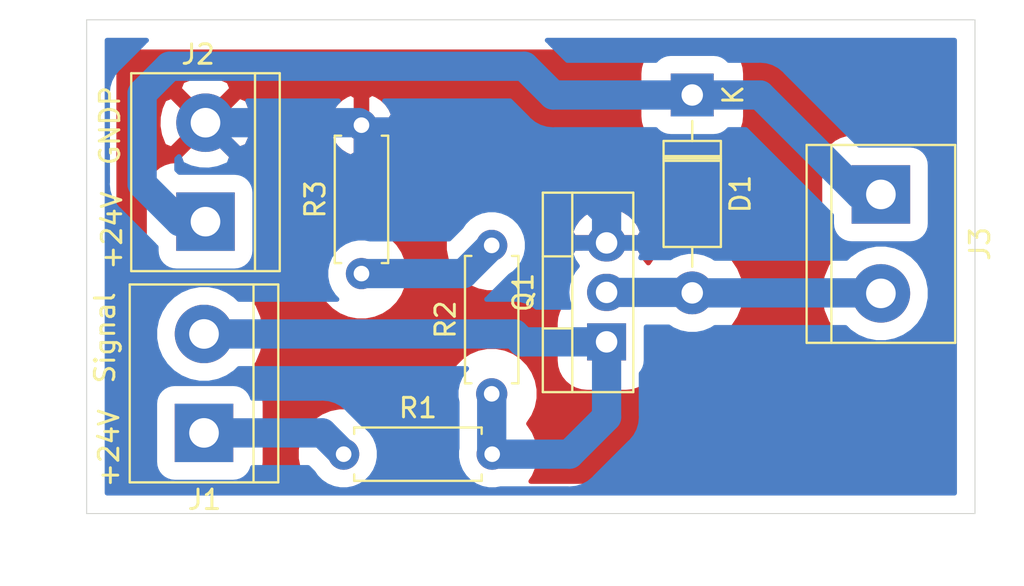
<source format=kicad_pcb>
(kicad_pcb (version 20171130) (host pcbnew 5.1.12-84ad8e8a86~92~ubuntu20.04.1)

  (general
    (thickness 1.6)
    (drawings 8)
    (tracks 32)
    (zones 0)
    (modules 8)
    (nets 7)
  )

  (page A4)
  (layers
    (0 F.Cu signal)
    (31 B.Cu signal)
    (32 B.Adhes user)
    (33 F.Adhes user)
    (34 B.Paste user)
    (35 F.Paste user)
    (36 B.SilkS user)
    (37 F.SilkS user)
    (38 B.Mask user)
    (39 F.Mask user)
    (40 Dwgs.User user)
    (41 Cmts.User user)
    (42 Eco1.User user)
    (43 Eco2.User user)
    (44 Edge.Cuts user)
    (45 Margin user)
    (46 B.CrtYd user)
    (47 F.CrtYd user)
    (48 B.Fab user)
    (49 F.Fab user)
  )

  (setup
    (last_trace_width 1.5)
    (user_trace_width 1.5)
    (trace_clearance 0.5)
    (zone_clearance 1.5)
    (zone_45_only no)
    (trace_min 0.2)
    (via_size 0.8)
    (via_drill 0.4)
    (via_min_size 0.4)
    (via_min_drill 0.3)
    (uvia_size 0.3)
    (uvia_drill 0.1)
    (uvias_allowed no)
    (uvia_min_size 0.2)
    (uvia_min_drill 0.1)
    (edge_width 0.05)
    (segment_width 0.2)
    (pcb_text_width 0.3)
    (pcb_text_size 1.5 1.5)
    (mod_edge_width 0.12)
    (mod_text_size 1 1)
    (mod_text_width 0.15)
    (pad_size 1.524 1.524)
    (pad_drill 0.762)
    (pad_to_mask_clearance 0)
    (aux_axis_origin 0 0)
    (visible_elements FFFFFF7F)
    (pcbplotparams
      (layerselection 0x01030_ffffffff)
      (usegerberextensions false)
      (usegerberattributes true)
      (usegerberadvancedattributes true)
      (creategerberjobfile true)
      (excludeedgelayer true)
      (linewidth 0.100000)
      (plotframeref false)
      (viasonmask false)
      (mode 1)
      (useauxorigin false)
      (hpglpennumber 1)
      (hpglpenspeed 20)
      (hpglpendiameter 15.000000)
      (psnegative false)
      (psa4output false)
      (plotreference true)
      (plotvalue false)
      (plotinvisibletext false)
      (padsonsilk false)
      (subtractmaskfromsilk false)
      (outputformat 1)
      (mirror false)
      (drillshape 0)
      (scaleselection 1)
      (outputdirectory "gerber/"))
  )

  (net 0 "")
  (net 1 +24V)
  (net 2 "Net-(D1-Pad2)")
  (net 3 "Net-(J1-Pad1)")
  (net 4 "Net-(J1-Pad2)")
  (net 5 GNDPWR)
  (net 6 "Net-(R2-Pad2)")

  (net_class Default "This is the default net class."
    (clearance 0.5)
    (trace_width 0.25)
    (via_dia 0.8)
    (via_drill 0.4)
    (uvia_dia 0.3)
    (uvia_drill 0.1)
    (add_net +24V)
    (add_net GNDPWR)
    (add_net "Net-(D1-Pad2)")
    (add_net "Net-(J1-Pad1)")
    (add_net "Net-(J1-Pad2)")
    (add_net "Net-(R2-Pad2)")
  )

  (module Diode_THT:D_DO-41_SOD81_P10.16mm_Horizontal (layer F.Cu) (tedit 5AE50CD5) (tstamp 6291EA57)
    (at 133.858 78.7908 270)
    (descr "Diode, DO-41_SOD81 series, Axial, Horizontal, pin pitch=10.16mm, , length*diameter=5.2*2.7mm^2, , http://www.diodes.com/_files/packages/DO-41%20(Plastic).pdf")
    (tags "Diode DO-41_SOD81 series Axial Horizontal pin pitch 10.16mm  length 5.2mm diameter 2.7mm")
    (path /629281AD)
    (fp_text reference D1 (at 5.08 -2.47 90) (layer F.SilkS)
      (effects (font (size 1 1) (thickness 0.15)))
    )
    (fp_text value 1N4007 (at 5.08 2.47 90) (layer F.Fab)
      (effects (font (size 1 1) (thickness 0.15)))
    )
    (fp_line (start 11.51 -1.6) (end -1.35 -1.6) (layer F.CrtYd) (width 0.05))
    (fp_line (start 11.51 1.6) (end 11.51 -1.6) (layer F.CrtYd) (width 0.05))
    (fp_line (start -1.35 1.6) (end 11.51 1.6) (layer F.CrtYd) (width 0.05))
    (fp_line (start -1.35 -1.6) (end -1.35 1.6) (layer F.CrtYd) (width 0.05))
    (fp_line (start 3.14 -1.47) (end 3.14 1.47) (layer F.SilkS) (width 0.12))
    (fp_line (start 3.38 -1.47) (end 3.38 1.47) (layer F.SilkS) (width 0.12))
    (fp_line (start 3.26 -1.47) (end 3.26 1.47) (layer F.SilkS) (width 0.12))
    (fp_line (start 8.82 0) (end 7.8 0) (layer F.SilkS) (width 0.12))
    (fp_line (start 1.34 0) (end 2.36 0) (layer F.SilkS) (width 0.12))
    (fp_line (start 7.8 -1.47) (end 2.36 -1.47) (layer F.SilkS) (width 0.12))
    (fp_line (start 7.8 1.47) (end 7.8 -1.47) (layer F.SilkS) (width 0.12))
    (fp_line (start 2.36 1.47) (end 7.8 1.47) (layer F.SilkS) (width 0.12))
    (fp_line (start 2.36 -1.47) (end 2.36 1.47) (layer F.SilkS) (width 0.12))
    (fp_line (start 3.16 -1.35) (end 3.16 1.35) (layer F.Fab) (width 0.1))
    (fp_line (start 3.36 -1.35) (end 3.36 1.35) (layer F.Fab) (width 0.1))
    (fp_line (start 3.26 -1.35) (end 3.26 1.35) (layer F.Fab) (width 0.1))
    (fp_line (start 10.16 0) (end 7.68 0) (layer F.Fab) (width 0.1))
    (fp_line (start 0 0) (end 2.48 0) (layer F.Fab) (width 0.1))
    (fp_line (start 7.68 -1.35) (end 2.48 -1.35) (layer F.Fab) (width 0.1))
    (fp_line (start 7.68 1.35) (end 7.68 -1.35) (layer F.Fab) (width 0.1))
    (fp_line (start 2.48 1.35) (end 7.68 1.35) (layer F.Fab) (width 0.1))
    (fp_line (start 2.48 -1.35) (end 2.48 1.35) (layer F.Fab) (width 0.1))
    (fp_text user %R (at 5.47 0 90) (layer F.Fab)
      (effects (font (size 1 1) (thickness 0.15)))
    )
    (fp_text user K (at 0 -2.1 90) (layer F.Fab)
      (effects (font (size 1 1) (thickness 0.15)))
    )
    (fp_text user K (at 0 -2.1 90) (layer F.SilkS)
      (effects (font (size 1 1) (thickness 0.15)))
    )
    (pad 1 thru_hole rect (at 0 0 270) (size 2.2 2.2) (drill 1.1) (layers *.Cu *.Mask)
      (net 1 +24V))
    (pad 2 thru_hole oval (at 10.16 0 270) (size 2.2 2.2) (drill 1.1) (layers *.Cu *.Mask)
      (net 2 "Net-(D1-Pad2)"))
    (model ${KISYS3DMOD}/Diode_THT.3dshapes/D_DO-41_SOD81_P10.16mm_Horizontal.wrl
      (at (xyz 0 0 0))
      (scale (xyz 1 1 1))
      (rotate (xyz 0 0 0))
    )
  )

  (module Package_TO_SOT_THT:TO-220-3_Vertical (layer F.Cu) (tedit 5AC8BA0D) (tstamp 6291EB0A)
    (at 129.4638 91.4654 90)
    (descr "TO-220-3, Vertical, RM 2.54mm, see https://www.vishay.com/docs/66542/to-220-1.pdf")
    (tags "TO-220-3 Vertical RM 2.54mm")
    (path /6292698F)
    (fp_text reference Q1 (at 2.54 -4.27 90) (layer F.SilkS)
      (effects (font (size 1 1) (thickness 0.15)))
    )
    (fp_text value IRF540N (at 2.54 2.5 90) (layer F.Fab)
      (effects (font (size 1 1) (thickness 0.15)))
    )
    (fp_line (start 7.79 -3.4) (end -2.71 -3.4) (layer F.CrtYd) (width 0.05))
    (fp_line (start 7.79 1.51) (end 7.79 -3.4) (layer F.CrtYd) (width 0.05))
    (fp_line (start -2.71 1.51) (end 7.79 1.51) (layer F.CrtYd) (width 0.05))
    (fp_line (start -2.71 -3.4) (end -2.71 1.51) (layer F.CrtYd) (width 0.05))
    (fp_line (start 4.391 -3.27) (end 4.391 -1.76) (layer F.SilkS) (width 0.12))
    (fp_line (start 0.69 -3.27) (end 0.69 -1.76) (layer F.SilkS) (width 0.12))
    (fp_line (start -2.58 -1.76) (end 7.66 -1.76) (layer F.SilkS) (width 0.12))
    (fp_line (start 7.66 -3.27) (end 7.66 1.371) (layer F.SilkS) (width 0.12))
    (fp_line (start -2.58 -3.27) (end -2.58 1.371) (layer F.SilkS) (width 0.12))
    (fp_line (start -2.58 1.371) (end 7.66 1.371) (layer F.SilkS) (width 0.12))
    (fp_line (start -2.58 -3.27) (end 7.66 -3.27) (layer F.SilkS) (width 0.12))
    (fp_line (start 4.39 -3.15) (end 4.39 -1.88) (layer F.Fab) (width 0.1))
    (fp_line (start 0.69 -3.15) (end 0.69 -1.88) (layer F.Fab) (width 0.1))
    (fp_line (start -2.46 -1.88) (end 7.54 -1.88) (layer F.Fab) (width 0.1))
    (fp_line (start 7.54 -3.15) (end -2.46 -3.15) (layer F.Fab) (width 0.1))
    (fp_line (start 7.54 1.25) (end 7.54 -3.15) (layer F.Fab) (width 0.1))
    (fp_line (start -2.46 1.25) (end 7.54 1.25) (layer F.Fab) (width 0.1))
    (fp_line (start -2.46 -3.15) (end -2.46 1.25) (layer F.Fab) (width 0.1))
    (fp_text user %R (at 2.54 -4.27 90) (layer F.Fab)
      (effects (font (size 1 1) (thickness 0.15)))
    )
    (pad 1 thru_hole rect (at 0 0 90) (size 1.905 2) (drill 1.1) (layers *.Cu *.Mask)
      (net 4 "Net-(J1-Pad2)"))
    (pad 2 thru_hole oval (at 2.54 0 90) (size 1.905 2) (drill 1.1) (layers *.Cu *.Mask)
      (net 2 "Net-(D1-Pad2)"))
    (pad 3 thru_hole oval (at 5.08 0 90) (size 1.905 2) (drill 1.1) (layers *.Cu *.Mask)
      (net 5 GNDPWR))
    (model ${KISYS3DMOD}/Package_TO_SOT_THT.3dshapes/TO-220-3_Vertical.wrl
      (at (xyz 0 0 0))
      (scale (xyz 1 1 1))
      (rotate (xyz 0 0 0))
    )
  )

  (module Resistor_THT:R_Axial_DIN0207_L6.3mm_D2.5mm_P7.62mm_Horizontal (layer F.Cu) (tedit 5AE5139B) (tstamp 6291EB21)
    (at 115.9764 97.2312)
    (descr "Resistor, Axial_DIN0207 series, Axial, Horizontal, pin pitch=7.62mm, 0.25W = 1/4W, length*diameter=6.3*2.5mm^2, http://cdn-reichelt.de/documents/datenblatt/B400/1_4W%23YAG.pdf")
    (tags "Resistor Axial_DIN0207 series Axial Horizontal pin pitch 7.62mm 0.25W = 1/4W length 6.3mm diameter 2.5mm")
    (path /62925017)
    (fp_text reference R1 (at 3.81 -2.37) (layer F.SilkS)
      (effects (font (size 1 1) (thickness 0.15)))
    )
    (fp_text value 20k (at 3.81 2.37) (layer F.Fab)
      (effects (font (size 1 1) (thickness 0.15)))
    )
    (fp_line (start 8.67 -1.5) (end -1.05 -1.5) (layer F.CrtYd) (width 0.05))
    (fp_line (start 8.67 1.5) (end 8.67 -1.5) (layer F.CrtYd) (width 0.05))
    (fp_line (start -1.05 1.5) (end 8.67 1.5) (layer F.CrtYd) (width 0.05))
    (fp_line (start -1.05 -1.5) (end -1.05 1.5) (layer F.CrtYd) (width 0.05))
    (fp_line (start 7.08 1.37) (end 7.08 1.04) (layer F.SilkS) (width 0.12))
    (fp_line (start 0.54 1.37) (end 7.08 1.37) (layer F.SilkS) (width 0.12))
    (fp_line (start 0.54 1.04) (end 0.54 1.37) (layer F.SilkS) (width 0.12))
    (fp_line (start 7.08 -1.37) (end 7.08 -1.04) (layer F.SilkS) (width 0.12))
    (fp_line (start 0.54 -1.37) (end 7.08 -1.37) (layer F.SilkS) (width 0.12))
    (fp_line (start 0.54 -1.04) (end 0.54 -1.37) (layer F.SilkS) (width 0.12))
    (fp_line (start 7.62 0) (end 6.96 0) (layer F.Fab) (width 0.1))
    (fp_line (start 0 0) (end 0.66 0) (layer F.Fab) (width 0.1))
    (fp_line (start 6.96 -1.25) (end 0.66 -1.25) (layer F.Fab) (width 0.1))
    (fp_line (start 6.96 1.25) (end 6.96 -1.25) (layer F.Fab) (width 0.1))
    (fp_line (start 0.66 1.25) (end 6.96 1.25) (layer F.Fab) (width 0.1))
    (fp_line (start 0.66 -1.25) (end 0.66 1.25) (layer F.Fab) (width 0.1))
    (fp_text user %R (at 3.81 0) (layer F.Fab)
      (effects (font (size 1 1) (thickness 0.15)))
    )
    (pad 1 thru_hole circle (at 0 0) (size 1.6 1.6) (drill 0.8) (layers *.Cu *.Mask)
      (net 3 "Net-(J1-Pad1)"))
    (pad 2 thru_hole oval (at 7.62 0) (size 1.6 1.6) (drill 0.8) (layers *.Cu *.Mask)
      (net 4 "Net-(J1-Pad2)"))
    (model ${KISYS3DMOD}/Resistor_THT.3dshapes/R_Axial_DIN0207_L6.3mm_D2.5mm_P7.62mm_Horizontal.wrl
      (at (xyz 0 0 0))
      (scale (xyz 1 1 1))
      (rotate (xyz 0 0 0))
    )
  )

  (module Resistor_THT:R_Axial_DIN0207_L6.3mm_D2.5mm_P7.62mm_Horizontal (layer F.Cu) (tedit 5AE5139B) (tstamp 6291EB38)
    (at 123.571 94.1324 90)
    (descr "Resistor, Axial_DIN0207 series, Axial, Horizontal, pin pitch=7.62mm, 0.25W = 1/4W, length*diameter=6.3*2.5mm^2, http://cdn-reichelt.de/documents/datenblatt/B400/1_4W%23YAG.pdf")
    (tags "Resistor Axial_DIN0207 series Axial Horizontal pin pitch 7.62mm 0.25W = 1/4W length 6.3mm diameter 2.5mm")
    (path /6292568C)
    (fp_text reference R2 (at 3.81 -2.37 90) (layer F.SilkS)
      (effects (font (size 1 1) (thickness 0.15)))
    )
    (fp_text value 5.1k (at 3.81 2.37 90) (layer F.Fab)
      (effects (font (size 1 1) (thickness 0.15)))
    )
    (fp_text user %R (at 3.81 0 90) (layer F.Fab)
      (effects (font (size 1 1) (thickness 0.15)))
    )
    (fp_line (start 0.66 -1.25) (end 0.66 1.25) (layer F.Fab) (width 0.1))
    (fp_line (start 0.66 1.25) (end 6.96 1.25) (layer F.Fab) (width 0.1))
    (fp_line (start 6.96 1.25) (end 6.96 -1.25) (layer F.Fab) (width 0.1))
    (fp_line (start 6.96 -1.25) (end 0.66 -1.25) (layer F.Fab) (width 0.1))
    (fp_line (start 0 0) (end 0.66 0) (layer F.Fab) (width 0.1))
    (fp_line (start 7.62 0) (end 6.96 0) (layer F.Fab) (width 0.1))
    (fp_line (start 0.54 -1.04) (end 0.54 -1.37) (layer F.SilkS) (width 0.12))
    (fp_line (start 0.54 -1.37) (end 7.08 -1.37) (layer F.SilkS) (width 0.12))
    (fp_line (start 7.08 -1.37) (end 7.08 -1.04) (layer F.SilkS) (width 0.12))
    (fp_line (start 0.54 1.04) (end 0.54 1.37) (layer F.SilkS) (width 0.12))
    (fp_line (start 0.54 1.37) (end 7.08 1.37) (layer F.SilkS) (width 0.12))
    (fp_line (start 7.08 1.37) (end 7.08 1.04) (layer F.SilkS) (width 0.12))
    (fp_line (start -1.05 -1.5) (end -1.05 1.5) (layer F.CrtYd) (width 0.05))
    (fp_line (start -1.05 1.5) (end 8.67 1.5) (layer F.CrtYd) (width 0.05))
    (fp_line (start 8.67 1.5) (end 8.67 -1.5) (layer F.CrtYd) (width 0.05))
    (fp_line (start 8.67 -1.5) (end -1.05 -1.5) (layer F.CrtYd) (width 0.05))
    (pad 2 thru_hole oval (at 7.62 0 90) (size 1.6 1.6) (drill 0.8) (layers *.Cu *.Mask)
      (net 6 "Net-(R2-Pad2)"))
    (pad 1 thru_hole circle (at 0 0 90) (size 1.6 1.6) (drill 0.8) (layers *.Cu *.Mask)
      (net 4 "Net-(J1-Pad2)"))
    (model ${KISYS3DMOD}/Resistor_THT.3dshapes/R_Axial_DIN0207_L6.3mm_D2.5mm_P7.62mm_Horizontal.wrl
      (at (xyz 0 0 0))
      (scale (xyz 1 1 1))
      (rotate (xyz 0 0 0))
    )
  )

  (module Resistor_THT:R_Axial_DIN0207_L6.3mm_D2.5mm_P7.62mm_Horizontal (layer F.Cu) (tedit 5AE5139B) (tstamp 6292090B)
    (at 116.8908 87.9602 90)
    (descr "Resistor, Axial_DIN0207 series, Axial, Horizontal, pin pitch=7.62mm, 0.25W = 1/4W, length*diameter=6.3*2.5mm^2, http://cdn-reichelt.de/documents/datenblatt/B400/1_4W%23YAG.pdf")
    (tags "Resistor Axial_DIN0207 series Axial Horizontal pin pitch 7.62mm 0.25W = 1/4W length 6.3mm diameter 2.5mm")
    (path /62955AEE)
    (fp_text reference R3 (at 3.81 -2.37 90) (layer F.SilkS)
      (effects (font (size 1 1) (thickness 0.15)))
    )
    (fp_text value 100 (at 3.81 2.37 90) (layer F.Fab)
      (effects (font (size 1 1) (thickness 0.15)))
    )
    (fp_line (start 8.67 -1.5) (end -1.05 -1.5) (layer F.CrtYd) (width 0.05))
    (fp_line (start 8.67 1.5) (end 8.67 -1.5) (layer F.CrtYd) (width 0.05))
    (fp_line (start -1.05 1.5) (end 8.67 1.5) (layer F.CrtYd) (width 0.05))
    (fp_line (start -1.05 -1.5) (end -1.05 1.5) (layer F.CrtYd) (width 0.05))
    (fp_line (start 7.08 1.37) (end 7.08 1.04) (layer F.SilkS) (width 0.12))
    (fp_line (start 0.54 1.37) (end 7.08 1.37) (layer F.SilkS) (width 0.12))
    (fp_line (start 0.54 1.04) (end 0.54 1.37) (layer F.SilkS) (width 0.12))
    (fp_line (start 7.08 -1.37) (end 7.08 -1.04) (layer F.SilkS) (width 0.12))
    (fp_line (start 0.54 -1.37) (end 7.08 -1.37) (layer F.SilkS) (width 0.12))
    (fp_line (start 0.54 -1.04) (end 0.54 -1.37) (layer F.SilkS) (width 0.12))
    (fp_line (start 7.62 0) (end 6.96 0) (layer F.Fab) (width 0.1))
    (fp_line (start 0 0) (end 0.66 0) (layer F.Fab) (width 0.1))
    (fp_line (start 6.96 -1.25) (end 0.66 -1.25) (layer F.Fab) (width 0.1))
    (fp_line (start 6.96 1.25) (end 6.96 -1.25) (layer F.Fab) (width 0.1))
    (fp_line (start 0.66 1.25) (end 6.96 1.25) (layer F.Fab) (width 0.1))
    (fp_line (start 0.66 -1.25) (end 0.66 1.25) (layer F.Fab) (width 0.1))
    (fp_text user %R (at 3.81 0 90) (layer F.Fab)
      (effects (font (size 1 1) (thickness 0.15)))
    )
    (pad 1 thru_hole circle (at 0 0 90) (size 1.6 1.6) (drill 0.8) (layers *.Cu *.Mask)
      (net 6 "Net-(R2-Pad2)"))
    (pad 2 thru_hole oval (at 7.62 0 90) (size 1.6 1.6) (drill 0.8) (layers *.Cu *.Mask)
      (net 5 GNDPWR))
    (model ${KISYS3DMOD}/Resistor_THT.3dshapes/R_Axial_DIN0207_L6.3mm_D2.5mm_P7.62mm_Horizontal.wrl
      (at (xyz 0 0 0))
      (scale (xyz 1 1 1))
      (rotate (xyz 0 0 0))
    )
  )

  (module TerminalBlock:TerminalBlock_bornier-2_P5.08mm (layer F.Cu) (tedit 59FF03AB) (tstamp 62920443)
    (at 108.8136 96.139 90)
    (descr "simple 2-pin terminal block, pitch 5.08mm, revamped version of bornier2")
    (tags "terminal block bornier2")
    (path /62924BB4)
    (fp_text reference J1 (at -3.429 0.0254 180) (layer F.SilkS)
      (effects (font (size 1 1) (thickness 0.15)))
    )
    (fp_text value Conn_01x02_Male (at 2.54 5.08 90) (layer F.Fab)
      (effects (font (size 1 1) (thickness 0.15)))
    )
    (fp_line (start 7.79 4) (end -2.71 4) (layer F.CrtYd) (width 0.05))
    (fp_line (start 7.79 4) (end 7.79 -4) (layer F.CrtYd) (width 0.05))
    (fp_line (start -2.71 -4) (end -2.71 4) (layer F.CrtYd) (width 0.05))
    (fp_line (start -2.71 -4) (end 7.79 -4) (layer F.CrtYd) (width 0.05))
    (fp_line (start -2.54 3.81) (end 7.62 3.81) (layer F.SilkS) (width 0.12))
    (fp_line (start -2.54 -3.81) (end -2.54 3.81) (layer F.SilkS) (width 0.12))
    (fp_line (start 7.62 -3.81) (end -2.54 -3.81) (layer F.SilkS) (width 0.12))
    (fp_line (start 7.62 3.81) (end 7.62 -3.81) (layer F.SilkS) (width 0.12))
    (fp_line (start 7.62 2.54) (end -2.54 2.54) (layer F.SilkS) (width 0.12))
    (fp_line (start 7.54 -3.75) (end -2.46 -3.75) (layer F.Fab) (width 0.1))
    (fp_line (start 7.54 3.75) (end 7.54 -3.75) (layer F.Fab) (width 0.1))
    (fp_line (start -2.46 3.75) (end 7.54 3.75) (layer F.Fab) (width 0.1))
    (fp_line (start -2.46 -3.75) (end -2.46 3.75) (layer F.Fab) (width 0.1))
    (fp_line (start -2.41 2.55) (end 7.49 2.55) (layer F.Fab) (width 0.1))
    (fp_text user %R (at 2.54 0 90) (layer F.Fab)
      (effects (font (size 1 1) (thickness 0.15)))
    )
    (pad 1 thru_hole rect (at 0 0 90) (size 3 3) (drill 1.52) (layers *.Cu *.Mask)
      (net 3 "Net-(J1-Pad1)"))
    (pad 2 thru_hole circle (at 5.08 0 90) (size 3 3) (drill 1.52) (layers *.Cu *.Mask)
      (net 4 "Net-(J1-Pad2)"))
    (model ${KISYS3DMOD}/TerminalBlock.3dshapes/TerminalBlock_bornier-2_P5.08mm.wrl
      (offset (xyz 2.539999961853027 0 0))
      (scale (xyz 1 1 1))
      (rotate (xyz 0 0 0))
    )
    (model "../kicad-modules/shapes3d/User Library-bornera-1.STEP"
      (offset (xyz 2.5 0 0))
      (scale (xyz 1 1 1))
      (rotate (xyz -90 0 180))
    )
  )

  (module TerminalBlock:TerminalBlock_bornier-2_P5.08mm (layer F.Cu) (tedit 59FF03AB) (tstamp 62920457)
    (at 108.8898 85.2932 90)
    (descr "simple 2-pin terminal block, pitch 5.08mm, revamped version of bornier2")
    (tags "terminal block bornier2")
    (path /62931C73)
    (fp_text reference J2 (at 8.5852 -0.381 180) (layer F.SilkS)
      (effects (font (size 1 1) (thickness 0.15)))
    )
    (fp_text value Conn_01x02_Male (at 2.54 5.08 90) (layer F.Fab)
      (effects (font (size 1 1) (thickness 0.15)))
    )
    (fp_text user %R (at 2.54 0 90) (layer F.Fab)
      (effects (font (size 1 1) (thickness 0.15)))
    )
    (fp_line (start -2.41 2.55) (end 7.49 2.55) (layer F.Fab) (width 0.1))
    (fp_line (start -2.46 -3.75) (end -2.46 3.75) (layer F.Fab) (width 0.1))
    (fp_line (start -2.46 3.75) (end 7.54 3.75) (layer F.Fab) (width 0.1))
    (fp_line (start 7.54 3.75) (end 7.54 -3.75) (layer F.Fab) (width 0.1))
    (fp_line (start 7.54 -3.75) (end -2.46 -3.75) (layer F.Fab) (width 0.1))
    (fp_line (start 7.62 2.54) (end -2.54 2.54) (layer F.SilkS) (width 0.12))
    (fp_line (start 7.62 3.81) (end 7.62 -3.81) (layer F.SilkS) (width 0.12))
    (fp_line (start 7.62 -3.81) (end -2.54 -3.81) (layer F.SilkS) (width 0.12))
    (fp_line (start -2.54 -3.81) (end -2.54 3.81) (layer F.SilkS) (width 0.12))
    (fp_line (start -2.54 3.81) (end 7.62 3.81) (layer F.SilkS) (width 0.12))
    (fp_line (start -2.71 -4) (end 7.79 -4) (layer F.CrtYd) (width 0.05))
    (fp_line (start -2.71 -4) (end -2.71 4) (layer F.CrtYd) (width 0.05))
    (fp_line (start 7.79 4) (end 7.79 -4) (layer F.CrtYd) (width 0.05))
    (fp_line (start 7.79 4) (end -2.71 4) (layer F.CrtYd) (width 0.05))
    (pad 2 thru_hole circle (at 5.08 0 90) (size 3 3) (drill 1.52) (layers *.Cu *.Mask)
      (net 5 GNDPWR))
    (pad 1 thru_hole rect (at 0 0 90) (size 3 3) (drill 1.52) (layers *.Cu *.Mask)
      (net 1 +24V))
    (model ${KISYS3DMOD}/TerminalBlock.3dshapes/TerminalBlock_bornier-2_P5.08mm.wrl
      (offset (xyz 2.539999961853027 0 0))
      (scale (xyz 1 1 1))
      (rotate (xyz 0 0 0))
    )
    (model "../kicad-modules/shapes3d/User Library-bornera-1.STEP"
      (offset (xyz 2.5 0 0))
      (scale (xyz 1 1 1))
      (rotate (xyz -90 0 -180))
    )
  )

  (module TerminalBlock:TerminalBlock_bornier-2_P5.08mm (layer F.Cu) (tedit 59FF03AB) (tstamp 6292046B)
    (at 143.5354 83.8962 270)
    (descr "simple 2-pin terminal block, pitch 5.08mm, revamped version of bornier2")
    (tags "terminal block bornier2")
    (path /6293B359)
    (fp_text reference J3 (at 2.54 -5.08 90) (layer F.SilkS)
      (effects (font (size 1 1) (thickness 0.15)))
    )
    (fp_text value Conn_01x02_Female (at 2.54 5.08 90) (layer F.Fab)
      (effects (font (size 1 1) (thickness 0.15)))
    )
    (fp_line (start 7.79 4) (end -2.71 4) (layer F.CrtYd) (width 0.05))
    (fp_line (start 7.79 4) (end 7.79 -4) (layer F.CrtYd) (width 0.05))
    (fp_line (start -2.71 -4) (end -2.71 4) (layer F.CrtYd) (width 0.05))
    (fp_line (start -2.71 -4) (end 7.79 -4) (layer F.CrtYd) (width 0.05))
    (fp_line (start -2.54 3.81) (end 7.62 3.81) (layer F.SilkS) (width 0.12))
    (fp_line (start -2.54 -3.81) (end -2.54 3.81) (layer F.SilkS) (width 0.12))
    (fp_line (start 7.62 -3.81) (end -2.54 -3.81) (layer F.SilkS) (width 0.12))
    (fp_line (start 7.62 3.81) (end 7.62 -3.81) (layer F.SilkS) (width 0.12))
    (fp_line (start 7.62 2.54) (end -2.54 2.54) (layer F.SilkS) (width 0.12))
    (fp_line (start 7.54 -3.75) (end -2.46 -3.75) (layer F.Fab) (width 0.1))
    (fp_line (start 7.54 3.75) (end 7.54 -3.75) (layer F.Fab) (width 0.1))
    (fp_line (start -2.46 3.75) (end 7.54 3.75) (layer F.Fab) (width 0.1))
    (fp_line (start -2.46 -3.75) (end -2.46 3.75) (layer F.Fab) (width 0.1))
    (fp_line (start -2.41 2.55) (end 7.49 2.55) (layer F.Fab) (width 0.1))
    (fp_text user %R (at 2.54 0 90) (layer F.Fab)
      (effects (font (size 1 1) (thickness 0.15)))
    )
    (pad 1 thru_hole rect (at 0 0 270) (size 3 3) (drill 1.52) (layers *.Cu *.Mask)
      (net 1 +24V))
    (pad 2 thru_hole circle (at 5.08 0 270) (size 3 3) (drill 1.52) (layers *.Cu *.Mask)
      (net 2 "Net-(D1-Pad2)"))
    (model ${KISYS3DMOD}/TerminalBlock.3dshapes/TerminalBlock_bornier-2_P5.08mm.wrl
      (offset (xyz 2.539999961853027 0 0))
      (scale (xyz 1 1 1))
      (rotate (xyz 0 0 0))
    )
    (model "../kicad-modules/shapes3d/User Library-bornera-1.STEP"
      (offset (xyz 2.5 0 0))
      (scale (xyz 1 1 1))
      (rotate (xyz -90 0 180))
    )
  )

  (gr_text Signal (at 103.7336 91.2622 90) (layer F.SilkS) (tstamp 62920DCB)
    (effects (font (size 1 1) (thickness 0.15)))
  )
  (gr_text +24V (at 103.9368 96.9264 90) (layer F.SilkS) (tstamp 62920DC7)
    (effects (font (size 1 1) (thickness 0.15)))
  )
  (gr_text GNDP (at 103.9876 80.3656 90) (layer F.SilkS) (tstamp 62920DBE)
    (effects (font (size 1 1) (thickness 0.15)))
  )
  (gr_text +24V (at 104.0892 85.7504 90) (layer F.SilkS)
    (effects (font (size 1 1) (thickness 0.15)))
  )
  (gr_line (start 102.7938 100.2792) (end 102.7938 74.93) (layer Edge.Cuts) (width 0.05))
  (gr_line (start 148.3614 100.2792) (end 102.7938 100.2792) (layer Edge.Cuts) (width 0.05))
  (gr_line (start 148.3614 74.93) (end 148.3614 100.2792) (layer Edge.Cuts) (width 0.05))
  (gr_line (start 102.7938 74.93) (end 148.3614 74.93) (layer Edge.Cuts) (width 0.05))

  (segment (start 143.5354 83.8962) (end 142.4432 83.8962) (width 1.5) (layer B.Cu) (net 1))
  (segment (start 137.3378 78.7908) (end 133.858 78.7908) (width 1.5) (layer B.Cu) (net 1))
  (segment (start 142.4432 83.8962) (end 137.3378 78.7908) (width 1.5) (layer B.Cu) (net 1))
  (segment (start 108.8898 85.2932) (end 107.569 85.2932) (width 1.5) (layer B.Cu) (net 1))
  (segment (start 107.569 85.2932) (end 105.6386 83.3628) (width 1.5) (layer B.Cu) (net 1))
  (segment (start 105.6386 83.3628) (end 105.6386 78.7146) (width 1.5) (layer B.Cu) (net 1))
  (segment (start 105.6386 78.7146) (end 107.0356 77.3176) (width 1.5) (layer B.Cu) (net 1))
  (segment (start 107.0356 77.3176) (end 125.2474 77.3176) (width 1.5) (layer B.Cu) (net 1))
  (segment (start 126.7206 78.7908) (end 133.858 78.7908) (width 1.5) (layer B.Cu) (net 1))
  (segment (start 125.2474 77.3176) (end 126.7206 78.7908) (width 1.5) (layer B.Cu) (net 1))
  (segment (start 143.51 88.9508) (end 143.5354 88.9762) (width 1.5) (layer B.Cu) (net 2))
  (segment (start 133.858 88.9508) (end 143.51 88.9508) (width 1.5) (layer B.Cu) (net 2))
  (segment (start 133.8326 88.9254) (end 133.858 88.9508) (width 1.5) (layer B.Cu) (net 2))
  (segment (start 129.4638 88.9254) (end 133.8326 88.9254) (width 1.5) (layer B.Cu) (net 2))
  (segment (start 114.8842 96.139) (end 115.9764 97.2312) (width 1.5) (layer B.Cu) (net 3))
  (segment (start 108.8136 96.139) (end 114.8842 96.139) (width 1.5) (layer B.Cu) (net 3))
  (segment (start 129.4638 91.4654) (end 129.4638 95.3262) (width 1.5) (layer B.Cu) (net 4))
  (segment (start 127.5588 97.2312) (end 123.5964 97.2312) (width 1.5) (layer B.Cu) (net 4))
  (segment (start 129.4638 95.3262) (end 127.5588 97.2312) (width 1.5) (layer B.Cu) (net 4))
  (segment (start 108.8136 91.059) (end 124.7394 91.059) (width 1.5) (layer B.Cu) (net 4))
  (segment (start 125.1458 91.4654) (end 129.4638 91.4654) (width 1.5) (layer B.Cu) (net 4))
  (segment (start 124.7394 91.059) (end 125.1458 91.4654) (width 1.5) (layer B.Cu) (net 4))
  (segment (start 123.571 97.2058) (end 123.5964 97.2312) (width 1.5) (layer B.Cu) (net 4))
  (segment (start 123.571 94.1324) (end 123.571 97.2058) (width 1.5) (layer B.Cu) (net 4))
  (segment (start 116.7638 80.2132) (end 116.8908 80.3402) (width 1.5) (layer B.Cu) (net 5))
  (segment (start 108.8898 80.2132) (end 116.7638 80.2132) (width 1.5) (layer B.Cu) (net 5))
  (segment (start 129.4638 84.8614) (end 129.4638 86.3854) (width 1.5) (layer B.Cu) (net 5))
  (segment (start 128.4732 83.8708) (end 129.4638 84.8614) (width 1.5) (layer B.Cu) (net 5))
  (segment (start 120.4214 83.8708) (end 128.4732 83.8708) (width 1.5) (layer B.Cu) (net 5))
  (segment (start 116.8908 80.3402) (end 120.4214 83.8708) (width 1.5) (layer B.Cu) (net 5))
  (segment (start 122.1232 87.9602) (end 123.571 86.5124) (width 1.5) (layer B.Cu) (net 6))
  (segment (start 116.8908 87.9602) (end 122.1232 87.9602) (width 1.5) (layer B.Cu) (net 6))

  (zone (net 5) (net_name GNDPWR) (layer B.Cu) (tstamp 62920E14) (hatch edge 0.508)
    (connect_pads (clearance 0.9))
    (min_thickness 0.254)
    (fill yes (arc_segments 32) (thermal_gap 0.8) (thermal_bridge_width 0.8))
    (polygon
      (pts
        (xy 149.8854 102.0318) (xy 98.3488 103.9876) (xy 100.9904 74.676) (xy 102.7938 74.93) (xy 148.8186 74.6252)
      )
    )
    (filled_polygon
      (pts
        (xy 105.840798 75.999344) (xy 105.840793 75.999349) (xy 105.772992 76.054992) (xy 105.717349 76.122793) (xy 104.443793 77.39635)
        (xy 104.375993 77.451992) (xy 104.32035 77.519793) (xy 104.320344 77.519799) (xy 104.15393 77.722576) (xy 103.988923 78.031282)
        (xy 103.918136 78.264637) (xy 103.90449 78.309624) (xy 103.887313 78.366248) (xy 103.853003 78.7146) (xy 103.861601 78.801896)
        (xy 103.8616 83.275514) (xy 103.853003 83.3628) (xy 103.8616 83.450086) (xy 103.8616 83.450095) (xy 103.887312 83.711152)
        (xy 103.988923 84.046118) (xy 104.15393 84.354824) (xy 104.375992 84.625408) (xy 104.443798 84.681055) (xy 106.250749 86.488007)
        (xy 106.306392 86.555808) (xy 106.357831 86.598023) (xy 106.357831 86.7932) (xy 106.37766 86.994527) (xy 106.436385 87.188117)
        (xy 106.531749 87.366531) (xy 106.660088 87.522912) (xy 106.816469 87.651251) (xy 106.994883 87.746615) (xy 107.188473 87.80534)
        (xy 107.3898 87.825169) (xy 110.3898 87.825169) (xy 110.591127 87.80534) (xy 110.784717 87.746615) (xy 110.963131 87.651251)
        (xy 111.119512 87.522912) (xy 111.247851 87.366531) (xy 111.343215 87.188117) (xy 111.40194 86.994527) (xy 111.421769 86.7932)
        (xy 111.421769 83.7932) (xy 111.40194 83.591873) (xy 111.343215 83.398283) (xy 111.247851 83.219869) (xy 111.119512 83.063488)
        (xy 110.963131 82.935149) (xy 110.784717 82.839785) (xy 110.591127 82.78106) (xy 110.3898 82.761231) (xy 107.550088 82.761231)
        (xy 107.4156 82.626743) (xy 107.4156 82.073483) (xy 107.534247 81.954836) (xy 107.686214 82.33425) (xy 108.123137 82.528302)
        (xy 108.589522 82.633387) (xy 109.067446 82.645465) (xy 109.538544 82.564072) (xy 109.984712 82.392337) (xy 110.093386 82.33425)
        (xy 110.245354 81.954834) (xy 108.8898 80.59928) (xy 108.875658 80.613423) (xy 108.489578 80.227343) (xy 108.50372 80.2132)
        (xy 108.489578 80.199058) (xy 108.875658 79.812978) (xy 108.8898 79.82712) (xy 108.903943 79.812978) (xy 109.290023 80.199058)
        (xy 109.27588 80.2132) (xy 110.631434 81.568754) (xy 111.01085 81.416786) (xy 111.204902 80.979863) (xy 111.228167 80.876606)
        (xy 115.249207 80.876606) (xy 115.385397 81.186558) (xy 115.579439 81.463985) (xy 115.823876 81.698226) (xy 116.109314 81.880278)
        (xy 116.354396 81.981784) (xy 116.6178 81.810317) (xy 116.6178 80.6132) (xy 117.1638 80.6132) (xy 117.1638 81.810317)
        (xy 117.427204 81.981784) (xy 117.672286 81.880278) (xy 117.957724 81.698226) (xy 118.202161 81.463985) (xy 118.396203 81.186558)
        (xy 118.532393 80.876606) (xy 118.364345 80.6132) (xy 117.1638 80.6132) (xy 116.6178 80.6132) (xy 115.417255 80.6132)
        (xy 115.249207 80.876606) (xy 111.228167 80.876606) (xy 111.309987 80.513478) (xy 111.322065 80.035554) (xy 111.240672 79.564456)
        (xy 111.068937 79.118288) (xy 111.056276 79.0946) (xy 115.706556 79.0946) (xy 115.579439 79.216415) (xy 115.385397 79.493842)
        (xy 115.249207 79.803794) (xy 115.417255 80.0672) (xy 116.6178 80.0672) (xy 116.6178 80.0472) (xy 117.1638 80.0472)
        (xy 117.1638 80.0672) (xy 118.364345 80.0672) (xy 118.532393 79.803794) (xy 118.396203 79.493842) (xy 118.202161 79.216415)
        (xy 118.075044 79.0946) (xy 124.511343 79.0946) (xy 125.402349 79.985607) (xy 125.457992 80.053408) (xy 125.525793 80.109051)
        (xy 125.525798 80.109056) (xy 125.728574 80.27547) (xy 125.836105 80.332946) (xy 126.037281 80.440477) (xy 126.372247 80.542088)
        (xy 126.633304 80.5678) (xy 126.633313 80.5678) (xy 126.720599 80.576397) (xy 126.807885 80.5678) (xy 131.985028 80.5678)
        (xy 132.028288 80.620512) (xy 132.184669 80.748851) (xy 132.363083 80.844215) (xy 132.556673 80.90294) (xy 132.758 80.922769)
        (xy 134.958 80.922769) (xy 135.159327 80.90294) (xy 135.352917 80.844215) (xy 135.531331 80.748851) (xy 135.687712 80.620512)
        (xy 135.730972 80.5678) (xy 136.601743 80.5678) (xy 141.003431 84.969489) (xy 141.003431 85.3962) (xy 141.02326 85.597527)
        (xy 141.081985 85.791117) (xy 141.177349 85.969531) (xy 141.305688 86.125912) (xy 141.462069 86.254251) (xy 141.640483 86.349615)
        (xy 141.834073 86.40834) (xy 142.0354 86.428169) (xy 145.0354 86.428169) (xy 145.236727 86.40834) (xy 145.430317 86.349615)
        (xy 145.608731 86.254251) (xy 145.765112 86.125912) (xy 145.893451 85.969531) (xy 145.988815 85.791117) (xy 146.04754 85.597527)
        (xy 146.067369 85.3962) (xy 146.067369 82.3962) (xy 146.04754 82.194873) (xy 145.988815 82.001283) (xy 145.893451 81.822869)
        (xy 145.765112 81.666488) (xy 145.608731 81.538149) (xy 145.430317 81.442785) (xy 145.236727 81.38406) (xy 145.0354 81.364231)
        (xy 142.424289 81.364231) (xy 138.656055 77.595998) (xy 138.600408 77.528192) (xy 138.329825 77.30613) (xy 138.021119 77.141123)
        (xy 137.686153 77.039512) (xy 137.425096 77.0138) (xy 137.425086 77.0138) (xy 137.3378 77.005203) (xy 137.250514 77.0138)
        (xy 135.730972 77.0138) (xy 135.687712 76.961088) (xy 135.531331 76.832749) (xy 135.352917 76.737385) (xy 135.159327 76.67866)
        (xy 134.958 76.658831) (xy 132.758 76.658831) (xy 132.556673 76.67866) (xy 132.363083 76.737385) (xy 132.184669 76.832749)
        (xy 132.028288 76.961088) (xy 131.985028 77.0138) (xy 127.456658 77.0138) (xy 126.565655 76.122798) (xy 126.510008 76.054992)
        (xy 126.421067 75.982) (xy 147.3094 75.982) (xy 147.309401 99.2272) (xy 103.8458 99.2272) (xy 103.8458 94.639)
        (xy 106.281631 94.639) (xy 106.281631 97.639) (xy 106.30146 97.840327) (xy 106.360185 98.033917) (xy 106.455549 98.212331)
        (xy 106.583888 98.368712) (xy 106.740269 98.497051) (xy 106.918683 98.592415) (xy 107.112273 98.65114) (xy 107.3136 98.670969)
        (xy 110.3136 98.670969) (xy 110.514927 98.65114) (xy 110.708517 98.592415) (xy 110.886931 98.497051) (xy 111.043312 98.368712)
        (xy 111.171651 98.212331) (xy 111.267015 98.033917) (xy 111.302785 97.916) (xy 114.148143 97.916) (xy 114.414888 98.182745)
        (xy 114.557276 98.395845) (xy 114.811755 98.650324) (xy 115.110991 98.850266) (xy 115.443484 98.987989) (xy 115.796456 99.0582)
        (xy 116.156344 99.0582) (xy 116.509316 98.987989) (xy 116.841809 98.850266) (xy 117.141045 98.650324) (xy 117.395524 98.395845)
        (xy 117.595466 98.096609) (xy 117.733189 97.764116) (xy 117.8034 97.411144) (xy 117.8034 97.051256) (xy 117.733189 96.698284)
        (xy 117.595466 96.365791) (xy 117.395524 96.066555) (xy 117.141045 95.812076) (xy 116.927945 95.669688) (xy 116.202455 94.944198)
        (xy 116.146808 94.876392) (xy 115.876225 94.65433) (xy 115.567519 94.489323) (xy 115.232553 94.387712) (xy 114.971496 94.362)
        (xy 114.971486 94.362) (xy 114.8842 94.353403) (xy 114.796914 94.362) (xy 111.302785 94.362) (xy 111.267015 94.244083)
        (xy 111.171651 94.065669) (xy 111.043312 93.909288) (xy 110.886931 93.780949) (xy 110.708517 93.685585) (xy 110.514927 93.62686)
        (xy 110.3136 93.607031) (xy 107.3136 93.607031) (xy 107.112273 93.62686) (xy 106.918683 93.685585) (xy 106.740269 93.780949)
        (xy 106.583888 93.909288) (xy 106.455549 94.065669) (xy 106.360185 94.244083) (xy 106.30146 94.437673) (xy 106.281631 94.639)
        (xy 103.8458 94.639) (xy 103.8458 90.810112) (xy 106.2866 90.810112) (xy 106.2866 91.307888) (xy 106.383711 91.796099)
        (xy 106.574202 92.255983) (xy 106.850751 92.669869) (xy 107.202731 93.021849) (xy 107.616617 93.298398) (xy 108.076501 93.488889)
        (xy 108.564712 93.586) (xy 109.062488 93.586) (xy 109.550699 93.488889) (xy 110.010583 93.298398) (xy 110.424469 93.021849)
        (xy 110.610318 92.836) (xy 122.283631 92.836) (xy 122.151876 92.967755) (xy 121.951934 93.266991) (xy 121.814211 93.599484)
        (xy 121.744 93.952456) (xy 121.744 94.312344) (xy 121.794 94.56371) (xy 121.794001 96.92758) (xy 121.7694 97.051256)
        (xy 121.7694 97.411144) (xy 121.839611 97.764116) (xy 121.977334 98.096609) (xy 122.177276 98.395845) (xy 122.431755 98.650324)
        (xy 122.730991 98.850266) (xy 123.063484 98.987989) (xy 123.416456 99.0582) (xy 123.776344 99.0582) (xy 124.027709 99.0082)
        (xy 127.471514 99.0082) (xy 127.5588 99.016797) (xy 127.646086 99.0082) (xy 127.646096 99.0082) (xy 127.907153 98.982488)
        (xy 128.242119 98.880877) (xy 128.550825 98.71587) (xy 128.821408 98.493808) (xy 128.877055 98.426002) (xy 130.658607 96.644451)
        (xy 130.726408 96.588808) (xy 130.782051 96.521007) (xy 130.782056 96.521002) (xy 130.94847 96.318225) (xy 131.113477 96.009519)
        (xy 131.133597 95.943192) (xy 131.215088 95.674553) (xy 131.2408 95.413496) (xy 131.2408 95.413486) (xy 131.249397 95.3262)
        (xy 131.2408 95.238914) (xy 131.2408 93.089992) (xy 131.321851 92.991231) (xy 131.417215 92.812817) (xy 131.47594 92.619227)
        (xy 131.495769 92.4179) (xy 131.495769 90.7024) (xy 132.650955 90.7024) (xy 132.850488 90.835723) (xy 133.237577 90.996061)
        (xy 133.648509 91.0778) (xy 134.067491 91.0778) (xy 134.478423 90.996061) (xy 134.865512 90.835723) (xy 135.027031 90.7278)
        (xy 141.713282 90.7278) (xy 141.924531 90.939049) (xy 142.338417 91.215598) (xy 142.798301 91.406089) (xy 143.286512 91.5032)
        (xy 143.784288 91.5032) (xy 144.272499 91.406089) (xy 144.732383 91.215598) (xy 145.146269 90.939049) (xy 145.498249 90.587069)
        (xy 145.774798 90.173183) (xy 145.965289 89.713299) (xy 146.0624 89.225088) (xy 146.0624 88.727312) (xy 145.965289 88.239101)
        (xy 145.774798 87.779217) (xy 145.498249 87.365331) (xy 145.146269 87.013351) (xy 144.732383 86.736802) (xy 144.272499 86.546311)
        (xy 143.784288 86.4492) (xy 143.286512 86.4492) (xy 142.798301 86.546311) (xy 142.338417 86.736802) (xy 141.924531 87.013351)
        (xy 141.764082 87.1738) (xy 135.027031 87.1738) (xy 134.865512 87.065877) (xy 134.478423 86.905539) (xy 134.067491 86.8238)
        (xy 133.648509 86.8238) (xy 133.237577 86.905539) (xy 132.850488 87.065877) (xy 132.726983 87.1484) (xy 131.216076 87.1484)
        (xy 131.29763 86.960602) (xy 131.305266 86.945939) (xy 131.136277 86.6584) (xy 129.7368 86.6584) (xy 129.7368 86.6784)
        (xy 129.1908 86.6784) (xy 129.1908 86.6584) (xy 127.791323 86.6584) (xy 127.622334 86.945939) (xy 127.62997 86.960602)
        (xy 127.77651 87.298045) (xy 127.966312 87.571913) (xy 127.762443 87.820328) (xy 127.578632 88.164213) (xy 127.465443 88.53735)
        (xy 127.427223 88.9254) (xy 127.465443 89.31345) (xy 127.578632 89.686587) (xy 127.579601 89.6884) (xy 125.87042 89.6884)
        (xy 125.731425 89.57433) (xy 125.422719 89.409323) (xy 125.087753 89.307712) (xy 124.826696 89.282) (xy 124.826686 89.282)
        (xy 124.7394 89.273403) (xy 124.652114 89.282) (xy 123.313683 89.282) (xy 123.318001 89.278456) (xy 123.318002 89.278455)
        (xy 123.385808 89.222808) (xy 123.441455 89.155002) (xy 124.522547 88.073911) (xy 124.735645 87.931524) (xy 124.990124 87.677045)
        (xy 125.190066 87.377809) (xy 125.327789 87.045316) (xy 125.398 86.692344) (xy 125.398 86.332456) (xy 125.327789 85.979484)
        (xy 125.263743 85.824861) (xy 127.622334 85.824861) (xy 127.791323 86.1124) (xy 129.1908 86.1124) (xy 129.1908 84.754092)
        (xy 129.7368 84.754092) (xy 129.7368 86.1124) (xy 131.136277 86.1124) (xy 131.305266 85.824861) (xy 131.29763 85.810198)
        (xy 131.15109 85.472755) (xy 130.941534 85.170384) (xy 130.677015 84.914705) (xy 130.367698 84.715544) (xy 130.02547 84.580555)
        (xy 129.7368 84.754092) (xy 129.1908 84.754092) (xy 128.90213 84.580555) (xy 128.559902 84.715544) (xy 128.250585 84.914705)
        (xy 127.986066 85.170384) (xy 127.77651 85.472755) (xy 127.62997 85.810198) (xy 127.622334 85.824861) (xy 125.263743 85.824861)
        (xy 125.190066 85.646991) (xy 124.990124 85.347755) (xy 124.735645 85.093276) (xy 124.436409 84.893334) (xy 124.103916 84.755611)
        (xy 123.750944 84.6854) (xy 123.391056 84.6854) (xy 123.038084 84.755611) (xy 122.705591 84.893334) (xy 122.406355 85.093276)
        (xy 122.151876 85.347755) (xy 122.009489 85.560853) (xy 121.387143 86.1832) (xy 117.322109 86.1832) (xy 117.070744 86.1332)
        (xy 116.710856 86.1332) (xy 116.357884 86.203411) (xy 116.025391 86.341134) (xy 115.726155 86.541076) (xy 115.471676 86.795555)
        (xy 115.271734 87.094791) (xy 115.134011 87.427284) (xy 115.0638 87.780256) (xy 115.0638 88.140144) (xy 115.134011 88.493116)
        (xy 115.271734 88.825609) (xy 115.471676 89.124845) (xy 115.628831 89.282) (xy 110.610318 89.282) (xy 110.424469 89.096151)
        (xy 110.010583 88.819602) (xy 109.550699 88.629111) (xy 109.062488 88.532) (xy 108.564712 88.532) (xy 108.076501 88.629111)
        (xy 107.616617 88.819602) (xy 107.202731 89.096151) (xy 106.850751 89.448131) (xy 106.574202 89.862017) (xy 106.383711 90.321901)
        (xy 106.2866 90.810112) (xy 103.8458 90.810112) (xy 103.8458 75.982) (xy 105.861932 75.982)
      )
    )
  )
  (zone (net 5) (net_name GNDPWR) (layer F.Cu) (tstamp 62920E11) (hatch edge 0.508)
    (connect_pads (clearance 1.5))
    (min_thickness 0.254)
    (fill yes (arc_segments 32) (thermal_gap 0.8) (thermal_bridge_width 0.8))
    (polygon
      (pts
        (xy 150.876 101.3206) (xy 99.3394 103.2764) (xy 101.981 73.9648) (xy 103.7844 74.2188) (xy 149.8092 73.914)
      )
    )
    (filled_polygon
      (pts
        (xy 131.398654 76.782514) (xy 131.247575 77.065162) (xy 131.154542 77.371852) (xy 131.123128 77.6908) (xy 131.123128 79.8908)
        (xy 131.154542 80.209748) (xy 131.247575 80.516438) (xy 131.398654 80.799086) (xy 131.601971 81.046829) (xy 131.849714 81.250146)
        (xy 132.132362 81.401225) (xy 132.439052 81.494258) (xy 132.758 81.525672) (xy 134.958 81.525672) (xy 135.276948 81.494258)
        (xy 135.583638 81.401225) (xy 135.866286 81.250146) (xy 136.114029 81.046829) (xy 136.317346 80.799086) (xy 136.468425 80.516438)
        (xy 136.561458 80.209748) (xy 136.592872 79.8908) (xy 136.592872 77.6908) (xy 136.561458 77.371852) (xy 136.468425 77.065162)
        (xy 136.317346 76.782514) (xy 136.152789 76.582) (xy 146.7094 76.582) (xy 146.709401 98.6272) (xy 125.58255 98.6272)
        (xy 125.747179 98.380815) (xy 125.930132 97.93913) (xy 126.0234 97.470239) (xy 126.0234 96.992161) (xy 125.930132 96.52327)
        (xy 125.747179 96.081585) (xy 125.481574 95.684078) (xy 125.464523 95.667027) (xy 125.721779 95.282015) (xy 125.904732 94.84033)
        (xy 125.998 94.371439) (xy 125.998 93.893361) (xy 125.904732 93.42447) (xy 125.721779 92.982785) (xy 125.456174 92.585278)
        (xy 125.118122 92.247226) (xy 124.720615 91.981621) (xy 124.27893 91.798668) (xy 123.810039 91.7054) (xy 123.331961 91.7054)
        (xy 122.86307 91.798668) (xy 122.421385 91.981621) (xy 122.023878 92.247226) (xy 121.685826 92.585278) (xy 121.420221 92.982785)
        (xy 121.237268 93.42447) (xy 121.144 93.893361) (xy 121.144 94.371439) (xy 121.237268 94.84033) (xy 121.420221 95.282015)
        (xy 121.685826 95.679522) (xy 121.702877 95.696573) (xy 121.445621 96.081585) (xy 121.262668 96.52327) (xy 121.1694 96.992161)
        (xy 121.1694 97.470239) (xy 121.262668 97.93913) (xy 121.445621 98.380815) (xy 121.61025 98.6272) (xy 117.96255 98.6272)
        (xy 118.127179 98.380815) (xy 118.310132 97.93913) (xy 118.4034 97.470239) (xy 118.4034 96.992161) (xy 118.310132 96.52327)
        (xy 118.127179 96.081585) (xy 117.861574 95.684078) (xy 117.523522 95.346026) (xy 117.126015 95.080421) (xy 116.68433 94.897468)
        (xy 116.215439 94.8042) (xy 115.737361 94.8042) (xy 115.26847 94.897468) (xy 114.826785 95.080421) (xy 114.429278 95.346026)
        (xy 114.091226 95.684078) (xy 113.825621 96.081585) (xy 113.642668 96.52327) (xy 113.5494 96.992161) (xy 113.5494 97.470239)
        (xy 113.642668 97.93913) (xy 113.825621 98.380815) (xy 113.99025 98.6272) (xy 111.607362 98.6272) (xy 111.672946 98.547286)
        (xy 111.824025 98.264638) (xy 111.917058 97.957948) (xy 111.948472 97.639) (xy 111.948472 94.639) (xy 111.917058 94.320052)
        (xy 111.824025 94.013362) (xy 111.672946 93.730714) (xy 111.469629 93.482971) (xy 111.221886 93.279654) (xy 111.087189 93.207656)
        (xy 111.242499 93.052346) (xy 111.584711 92.54019) (xy 111.820431 91.971112) (xy 111.9406 91.366983) (xy 111.9406 90.751017)
        (xy 111.820431 90.146888) (xy 111.584711 89.57781) (xy 111.242499 89.065654) (xy 110.806946 88.630101) (xy 110.489842 88.418219)
        (xy 110.708748 88.396658) (xy 111.015438 88.303625) (xy 111.298086 88.152546) (xy 111.545829 87.949229) (xy 111.732999 87.721161)
        (xy 114.4638 87.721161) (xy 114.4638 88.199239) (xy 114.557068 88.66813) (xy 114.740021 89.109815) (xy 115.005626 89.507322)
        (xy 115.343678 89.845374) (xy 115.741185 90.110979) (xy 116.18287 90.293932) (xy 116.651761 90.3872) (xy 117.129839 90.3872)
        (xy 117.59873 90.293932) (xy 118.040415 90.110979) (xy 118.437922 89.845374) (xy 118.775974 89.507322) (xy 119.041579 89.109815)
        (xy 119.224532 88.66813) (xy 119.3178 88.199239) (xy 119.3178 87.721161) (xy 119.224532 87.25227) (xy 119.041579 86.810585)
        (xy 118.775974 86.413078) (xy 118.636257 86.273361) (xy 121.144 86.273361) (xy 121.144 86.751439) (xy 121.237268 87.22033)
        (xy 121.420221 87.662015) (xy 121.685826 88.059522) (xy 122.023878 88.397574) (xy 122.421385 88.663179) (xy 122.86307 88.846132)
        (xy 123.331961 88.9394) (xy 123.810039 88.9394) (xy 123.880421 88.9254) (xy 126.824319 88.9254) (xy 126.874123 89.43107)
        (xy 126.991099 89.816686) (xy 126.953375 89.887262) (xy 126.860342 90.193952) (xy 126.828928 90.5129) (xy 126.828928 92.4179)
        (xy 126.860342 92.736848) (xy 126.953375 93.043538) (xy 127.104454 93.326186) (xy 127.307771 93.573929) (xy 127.555514 93.777246)
        (xy 127.838162 93.928325) (xy 128.144852 94.021358) (xy 128.4638 94.052772) (xy 130.4638 94.052772) (xy 130.782748 94.021358)
        (xy 131.089438 93.928325) (xy 131.372086 93.777246) (xy 131.619829 93.573929) (xy 131.823146 93.326186) (xy 131.974225 93.043538)
        (xy 132.067258 92.736848) (xy 132.098672 92.4179) (xy 132.098672 91.048032) (xy 132.119639 91.068999) (xy 132.566281 91.367436)
        (xy 133.062563 91.573003) (xy 133.589414 91.6778) (xy 134.126586 91.6778) (xy 134.653437 91.573003) (xy 135.149719 91.367436)
        (xy 135.596361 91.068999) (xy 135.976199 90.689161) (xy 136.274636 90.242519) (xy 136.480203 89.746237) (xy 136.585 89.219386)
        (xy 136.585 88.682214) (xy 136.480203 88.155363) (xy 136.274636 87.659081) (xy 135.976199 87.212439) (xy 135.596361 86.832601)
        (xy 135.149719 86.534164) (xy 134.653437 86.328597) (xy 134.126586 86.2238) (xy 133.589414 86.2238) (xy 133.062563 86.328597)
        (xy 132.566281 86.534164) (xy 132.119639 86.832601) (xy 131.739801 87.212439) (xy 131.606359 87.412148) (xy 131.344107 87.092593)
        (xy 131.267583 87.029792) (xy 131.29763 86.960602) (xy 131.305266 86.945939) (xy 131.136277 86.6584) (xy 130.742076 86.6584)
        (xy 130.503208 86.530722) (xy 130.01697 86.383223) (xy 129.638022 86.3459) (xy 129.289578 86.3459) (xy 128.91063 86.383223)
        (xy 128.424392 86.530722) (xy 128.185524 86.6584) (xy 127.791323 86.6584) (xy 127.622334 86.945939) (xy 127.62997 86.960602)
        (xy 127.660017 87.029792) (xy 127.583493 87.092593) (xy 127.261147 87.485373) (xy 127.021622 87.933492) (xy 126.874123 88.41973)
        (xy 126.824319 88.9254) (xy 123.880421 88.9254) (xy 124.27893 88.846132) (xy 124.720615 88.663179) (xy 125.118122 88.397574)
        (xy 125.456174 88.059522) (xy 125.721779 87.662015) (xy 125.904732 87.22033) (xy 125.998 86.751439) (xy 125.998 86.273361)
        (xy 125.908789 85.824861) (xy 127.622334 85.824861) (xy 127.791323 86.1124) (xy 129.1908 86.1124) (xy 129.1908 84.754092)
        (xy 129.7368 84.754092) (xy 129.7368 86.1124) (xy 131.136277 86.1124) (xy 131.305266 85.824861) (xy 131.29763 85.810198)
        (xy 131.15109 85.472755) (xy 130.941534 85.170384) (xy 130.677015 84.914705) (xy 130.367698 84.715544) (xy 130.02547 84.580555)
        (xy 129.7368 84.754092) (xy 129.1908 84.754092) (xy 128.90213 84.580555) (xy 128.559902 84.715544) (xy 128.250585 84.914705)
        (xy 127.986066 85.170384) (xy 127.77651 85.472755) (xy 127.62997 85.810198) (xy 127.622334 85.824861) (xy 125.908789 85.824861)
        (xy 125.904732 85.80447) (xy 125.721779 85.362785) (xy 125.456174 84.965278) (xy 125.118122 84.627226) (xy 124.720615 84.361621)
        (xy 124.27893 84.178668) (xy 123.810039 84.0854) (xy 123.331961 84.0854) (xy 122.86307 84.178668) (xy 122.421385 84.361621)
        (xy 122.023878 84.627226) (xy 121.685826 84.965278) (xy 121.420221 85.362785) (xy 121.237268 85.80447) (xy 121.144 86.273361)
        (xy 118.636257 86.273361) (xy 118.437922 86.075026) (xy 118.040415 85.809421) (xy 117.59873 85.626468) (xy 117.129839 85.5332)
        (xy 116.651761 85.5332) (xy 116.18287 85.626468) (xy 115.741185 85.809421) (xy 115.343678 86.075026) (xy 115.005626 86.413078)
        (xy 114.740021 86.810585) (xy 114.557068 87.25227) (xy 114.4638 87.721161) (xy 111.732999 87.721161) (xy 111.749146 87.701486)
        (xy 111.900225 87.418838) (xy 111.993258 87.112148) (xy 112.024672 86.7932) (xy 112.024672 83.7932) (xy 111.993258 83.474252)
        (xy 111.900225 83.167562) (xy 111.749146 82.884914) (xy 111.545829 82.637171) (xy 111.298086 82.433854) (xy 111.227641 82.3962)
        (xy 140.400528 82.3962) (xy 140.400528 85.3962) (xy 140.431942 85.715148) (xy 140.524975 86.021838) (xy 140.676054 86.304486)
        (xy 140.879371 86.552229) (xy 141.127114 86.755546) (xy 141.261811 86.827544) (xy 141.106501 86.982854) (xy 140.764289 87.49501)
        (xy 140.528569 88.064088) (xy 140.4084 88.668217) (xy 140.4084 89.284183) (xy 140.528569 89.888312) (xy 140.764289 90.45739)
        (xy 141.106501 90.969546) (xy 141.542054 91.405099) (xy 142.05421 91.747311) (xy 142.623288 91.983031) (xy 143.227417 92.1032)
        (xy 143.843383 92.1032) (xy 144.447512 91.983031) (xy 145.01659 91.747311) (xy 145.528746 91.405099) (xy 145.964299 90.969546)
        (xy 146.306511 90.45739) (xy 146.542231 89.888312) (xy 146.6624 89.284183) (xy 146.6624 88.668217) (xy 146.542231 88.064088)
        (xy 146.306511 87.49501) (xy 145.964299 86.982854) (xy 145.808989 86.827544) (xy 145.943686 86.755546) (xy 146.191429 86.552229)
        (xy 146.394746 86.304486) (xy 146.545825 86.021838) (xy 146.638858 85.715148) (xy 146.670272 85.3962) (xy 146.670272 82.3962)
        (xy 146.638858 82.077252) (xy 146.545825 81.770562) (xy 146.394746 81.487914) (xy 146.191429 81.240171) (xy 145.943686 81.036854)
        (xy 145.661038 80.885775) (xy 145.354348 80.792742) (xy 145.0354 80.761328) (xy 142.0354 80.761328) (xy 141.716452 80.792742)
        (xy 141.409762 80.885775) (xy 141.127114 81.036854) (xy 140.879371 81.240171) (xy 140.676054 81.487914) (xy 140.524975 81.770562)
        (xy 140.431942 82.077252) (xy 140.400528 82.3962) (xy 111.227641 82.3962) (xy 111.015438 82.282775) (xy 110.708748 82.189742)
        (xy 110.3898 82.158328) (xy 110.163848 82.158328) (xy 110.245354 81.954834) (xy 108.8898 80.59928) (xy 107.534246 81.954834)
        (xy 107.615752 82.158328) (xy 107.3898 82.158328) (xy 107.070852 82.189742) (xy 106.764162 82.282775) (xy 106.481514 82.433854)
        (xy 106.233771 82.637171) (xy 106.030454 82.884914) (xy 105.879375 83.167562) (xy 105.786342 83.474252) (xy 105.754928 83.7932)
        (xy 105.754928 86.7932) (xy 105.786342 87.112148) (xy 105.879375 87.418838) (xy 106.030454 87.701486) (xy 106.233771 87.949229)
        (xy 106.481514 88.152546) (xy 106.764162 88.303625) (xy 107.070852 88.396658) (xy 107.156937 88.405137) (xy 106.820254 88.630101)
        (xy 106.384701 89.065654) (xy 106.042489 89.57781) (xy 105.806769 90.146888) (xy 105.6866 90.751017) (xy 105.6866 91.366983)
        (xy 105.806769 91.971112) (xy 106.042489 92.54019) (xy 106.384701 93.052346) (xy 106.540011 93.207656) (xy 106.405314 93.279654)
        (xy 106.157571 93.482971) (xy 105.954254 93.730714) (xy 105.803175 94.013362) (xy 105.710142 94.320052) (xy 105.678728 94.639)
        (xy 105.678728 97.639) (xy 105.710142 97.957948) (xy 105.803175 98.264638) (xy 105.954254 98.547286) (xy 106.019838 98.6272)
        (xy 104.4458 98.6272) (xy 104.4458 80.390846) (xy 106.457535 80.390846) (xy 106.538928 80.861944) (xy 106.710663 81.308112)
        (xy 106.76875 81.416786) (xy 107.148166 81.568754) (xy 108.50372 80.2132) (xy 109.27588 80.2132) (xy 110.631434 81.568754)
        (xy 111.01085 81.416786) (xy 111.204902 80.979863) (xy 111.228167 80.876606) (xy 115.249207 80.876606) (xy 115.385397 81.186558)
        (xy 115.579439 81.463985) (xy 115.823876 81.698226) (xy 116.109314 81.880278) (xy 116.354396 81.981784) (xy 116.6178 81.810317)
        (xy 116.6178 80.6132) (xy 117.1638 80.6132) (xy 117.1638 81.810317) (xy 117.427204 81.981784) (xy 117.672286 81.880278)
        (xy 117.957724 81.698226) (xy 118.202161 81.463985) (xy 118.396203 81.186558) (xy 118.532393 80.876606) (xy 118.364345 80.6132)
        (xy 117.1638 80.6132) (xy 116.6178 80.6132) (xy 115.417255 80.6132) (xy 115.249207 80.876606) (xy 111.228167 80.876606)
        (xy 111.309987 80.513478) (xy 111.322065 80.035554) (xy 111.282024 79.803794) (xy 115.249207 79.803794) (xy 115.417255 80.0672)
        (xy 116.6178 80.0672) (xy 116.6178 78.870083) (xy 117.1638 78.870083) (xy 117.1638 80.0672) (xy 118.364345 80.0672)
        (xy 118.532393 79.803794) (xy 118.396203 79.493842) (xy 118.202161 79.216415) (xy 117.957724 78.982174) (xy 117.672286 78.800122)
        (xy 117.427204 78.698616) (xy 117.1638 78.870083) (xy 116.6178 78.870083) (xy 116.354396 78.698616) (xy 116.109314 78.800122)
        (xy 115.823876 78.982174) (xy 115.579439 79.216415) (xy 115.385397 79.493842) (xy 115.249207 79.803794) (xy 111.282024 79.803794)
        (xy 111.240672 79.564456) (xy 111.068937 79.118288) (xy 111.01085 79.009614) (xy 110.631434 78.857646) (xy 109.27588 80.2132)
        (xy 108.50372 80.2132) (xy 107.148166 78.857646) (xy 106.76875 79.009614) (xy 106.574698 79.446537) (xy 106.469613 79.912922)
        (xy 106.457535 80.390846) (xy 104.4458 80.390846) (xy 104.4458 78.471566) (xy 107.534246 78.471566) (xy 108.8898 79.82712)
        (xy 110.245354 78.471566) (xy 110.093386 78.09215) (xy 109.656463 77.898098) (xy 109.190078 77.793013) (xy 108.712154 77.780935)
        (xy 108.241056 77.862328) (xy 107.794888 78.034063) (xy 107.686214 78.09215) (xy 107.534246 78.471566) (xy 104.4458 78.471566)
        (xy 104.4458 76.582) (xy 131.563211 76.582)
      )
    )
  )
)

</source>
